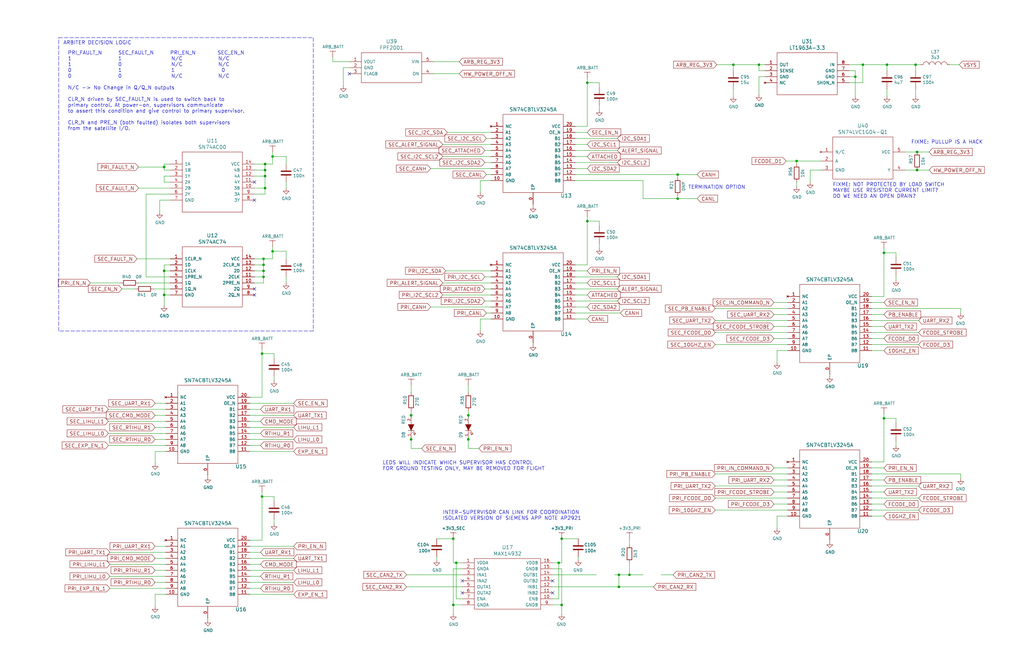
<source format=kicad_sch>
(kicad_sch (version 20211123) (generator eeschema)
  (paper "USLedger")
  (title_block (title "Radiation Tolerant Internal Housekeeping Unit (IHU)") (date "2019-12-23") (rev "1.1") (company "AMSAT-NA") (comment 1 "Z. Metzinger"))
  (junction (at 363.855 27.305))
  (junction (at 247.65 93.345))
  (junction (at 260.985 242.57))
  (junction (at 285.75 83.82))
  (junction (at 69.215 124.46))
  (junction (at 110.49 209.55))
  (junction (at 110.49 149.225))
  (junction (at 260.985 247.65))
  (junction (at 374.015 27.305))
  (junction (at 235.585 237.49))
  (junction (at 372.745 176.53))
  (junction (at 191.135 255.27))
  (junction (at 114.935 66.04))
  (junction (at 173.355 175.26))
  (junction (at 111.76 79.375))
  (junction (at 192.405 237.49))
  (junction (at 386.715 71.755))
  (junction (at 236.855 227.33))
  (junction (at 386.08 27.305))
  (junction (at 114.935 106.045))
  (junction (at 111.76 71.755))
  (junction (at 191.135 227.33))
  (junction (at 69.215 70.485))
  (junction (at 285.75 73.66))
  (junction (at 111.125 114.3))
  (junction (at 197.485 175.26))
  (junction (at 372.745 106.68))
  (junction (at 111.76 69.215))
  (junction (at 173.355 185.42))
  (junction (at 335.915 67.945))
  (junction (at 197.485 185.42))
  (junction (at 69.215 114.3))
  (junction (at 236.855 255.27))
  (junction (at 320.04 27.305))
  (junction (at 111.76 74.295))
  (junction (at 247.65 34.925))
  (junction (at 111.125 109.22))
  (junction (at 386.715 64.135))
  (junction (at 111.125 111.76))
  (junction (at 360.68 32.385))
  (junction (at 309.245 27.305))
  (junction (at 111.125 116.84))
  (junction (at 265.43 242.57))
  (no_connect (at 107.315 124.46))
  (no_connect (at 107.315 121.92))
  (no_connect (at 107.315 76.835))
  (no_connect (at 233.045 250.19))
  (no_connect (at 233.045 245.11))
  (no_connect (at 194.945 250.19))
  (no_connect (at 107.315 84.455))
  (no_connect (at 147.32 31.115))
  (no_connect (at 194.945 245.11))
  (wire (pts (xy 367.665 200.025) (xy 405.13 200.025)))
  (wire (pts (xy 111.125 109.22) (xy 111.125 111.76)))
  (wire (pts (xy 235.585 252.73) (xy 235.585 237.49)))
  (wire (pts (xy 173.355 175.26) (xy 173.355 173.355)))
  (wire (pts (xy 377.825 176.53) (xy 372.745 176.53)))
  (wire (pts (xy 69.215 74.295) (xy 69.215 76.835)))
  (wire (pts (xy 377.825 106.68) (xy 377.825 108.585)))
  (wire (pts (xy 301.625 205.105) (xy 332.105 205.105)))
  (wire (pts (xy 358.14 32.385) (xy 360.68 32.385)))
  (wire (pts (xy 285.75 74.93) (xy 285.75 73.66)))
  (wire (pts (xy 114.935 104.14) (xy 114.935 106.045)))
  (wire (pts (xy 105.41 230.505) (xy 123.825 230.505)))
  (wire (pts (xy 372.745 106.68) (xy 372.745 125.095)))
  (wire (pts (xy 181.61 71.12) (xy 207.01 71.12)))
  (wire (pts (xy 207.01 124.46) (xy 186.69 124.46)))
  (wire (pts (xy 242.57 119.38) (xy 247.65 119.38)))
  (wire (pts (xy 204.47 121.92) (xy 207.01 121.92)))
  (wire (pts (xy 123.825 190.5) (xy 105.41 190.5)))
  (wire (pts (xy 377.825 176.53) (xy 377.825 178.435)))
  (wire (pts (xy 71.755 69.215) (xy 69.215 69.215)))
  (wire (pts (xy 233.045 237.49) (xy 235.585 237.49)))
  (wire (pts (xy 69.215 124.46) (xy 69.215 128.905)))
  (wire (pts (xy 367.665 197.485) (xy 372.745 197.485)))
  (wire (pts (xy 260.35 121.92) (xy 242.57 121.92)))
  (wire (pts (xy 242.57 73.66) (xy 285.75 73.66)))
  (wire (pts (xy 247.65 71.12) (xy 242.57 71.12)))
  (wire (pts (xy 326.39 207.645) (xy 332.105 207.645)))
  (wire (pts (xy 110.49 147.32) (xy 110.49 149.225)))
  (wire (pts (xy 191.135 227.33) (xy 184.15 227.33)))
  (wire (pts (xy 111.76 69.215) (xy 111.76 71.755)))
  (wire (pts (xy 242.57 116.84) (xy 260.35 116.84)))
  (wire (pts (xy 242.57 114.3) (xy 247.65 114.3)))
  (wire (pts (xy 114.935 69.215) (xy 111.76 69.215)))
  (wire (pts (xy 233.045 255.27) (xy 236.855 255.27)))
  (wire (pts (xy 332.105 140.335) (xy 301.625 140.335)))
  (wire (pts (xy 204.47 68.58) (xy 207.01 68.58)))
  (wire (pts (xy 372.745 142.875) (xy 367.665 142.875)))
  (wire (pts (xy 224.79 86.36) (xy 224.79 86.995)))
  (wire (pts (xy 386.08 29.845) (xy 386.08 27.305)))
  (wire (pts (xy 114.935 109.22) (xy 111.125 109.22)))
  (wire (pts (xy 115.57 209.55) (xy 115.57 211.455)))
  (wire (pts (xy 349.885 158.115) (xy 349.885 158.75)))
  (wire (pts (xy 327.66 147.955) (xy 327.66 153.035)))
  (wire (pts (xy 236.855 240.03) (xy 236.855 255.27)))
  (wire (pts (xy 335.915 76.835) (xy 335.915 78.74)))
  (wire (pts (xy 360.68 32.385) (xy 360.68 40.64)))
  (wire (pts (xy 335.915 67.945) (xy 335.915 69.215)))
  (wire (pts (xy 372.745 132.715) (xy 367.665 132.715)))
  (wire (pts (xy 173.355 165.735) (xy 173.355 162.56)))
  (wire (pts (xy 65.405 185.42) (xy 69.85 185.42)))
  (wire (pts (xy 110.49 167.64) (xy 105.41 167.64)))
  (wire (pts (xy 320.04 32.385) (xy 322.58 32.385)))
  (wire (pts (xy 46.355 238.125) (xy 69.85 238.125)))
  (wire (pts (xy 69.215 70.485) (xy 58.42 70.485)))
  (wire (pts (xy 123.825 235.585) (xy 105.41 235.585)))
  (wire (pts (xy 123.825 245.745) (xy 105.41 245.745)))
  (wire (pts (xy 301.625 145.415) (xy 332.105 145.415)))
  (wire (pts (xy 260.985 247.65) (xy 260.985 242.57)))
  (wire (pts (xy 194.945 255.27) (xy 191.135 255.27)))
  (wire (pts (xy 115.57 149.225) (xy 115.57 151.13)))
  (wire (pts (xy 242.57 129.54) (xy 247.65 129.54)))
  (wire (pts (xy 182.88 26.035) (xy 193.675 26.035)))
  (wire (pts (xy 115.57 209.55) (xy 110.49 209.55)))
  (wire (pts (xy 242.57 66.04) (xy 247.65 66.04)))
  (wire (pts (xy 374.015 27.305) (xy 374.015 29.845)))
  (wire (pts (xy 271.145 83.82) (xy 271.145 76.2)))
  (wire (pts (xy 372.745 104.775) (xy 372.745 106.68)))
  (wire (pts (xy 105.41 182.88) (xy 109.855 182.88)))
  (wire (pts (xy 105.41 248.285) (xy 109.855 248.285)))
  (wire (pts (xy 386.08 40.64) (xy 386.08 37.465)))
  (wire (pts (xy 120.65 109.22) (xy 120.65 106.045)))
  (wire (pts (xy 184.15 234.95) (xy 184.15 236.22)))
  (wire (pts (xy 67.31 84.455) (xy 67.31 89.535)))
  (wire (pts (xy 207.01 66.04) (xy 186.69 66.04)))
  (wire (pts (xy 173.355 185.42) (xy 173.355 189.23)))
  (wire (pts (xy 144.78 28.575) (xy 144.78 36.195)))
  (wire (pts (xy 71.755 84.455) (xy 67.31 84.455)))
  (wire (pts (xy 233.045 242.57) (xy 251.46 242.57)))
  (wire (pts (xy 235.585 237.49) (xy 236.855 237.49)))
  (wire (pts (xy 349.885 227.965) (xy 349.885 228.6)))
  (wire (pts (xy 123.825 180.34) (xy 105.41 180.34)))
  (wire (pts (xy 233.045 247.65) (xy 260.985 247.65)))
  (wire (pts (xy 377.825 106.68) (xy 372.745 106.68)))
  (wire (pts (xy 309.245 27.305) (xy 320.04 27.305)))
  (wire (pts (xy 326.39 212.725) (xy 332.105 212.725)))
  (wire (pts (xy 205.105 132.08) (xy 207.01 132.08)))
  (wire (pts (xy 242.57 55.88) (xy 247.65 55.88)))
  (wire (pts (xy 259.08 242.57) (xy 260.985 242.57)))
  (wire (pts (xy 65.405 245.745) (xy 69.85 245.745)))
  (wire (pts (xy 192.405 237.49) (xy 194.945 237.49)))
  (wire (pts (xy 346.075 71.755) (xy 341.63 71.755)))
  (wire (pts (xy 381.635 71.755) (xy 386.715 71.755)))
  (wire (pts (xy 265.43 227.33) (xy 265.43 229.87)))
  (wire (pts (xy 69.215 111.76) (xy 69.215 114.3)))
  (wire (pts (xy 285.75 73.66) (xy 294.005 73.66)))
  (wire (pts (xy 111.76 71.755) (xy 111.76 74.295)))
  (wire (pts (xy 377.825 186.055) (xy 377.825 187.96)))
  (wire (pts (xy 387.35 140.335) (xy 367.665 140.335)))
  (wire (pts (xy 358.14 29.845) (xy 360.68 29.845)))
  (wire (pts (xy 247.65 134.62) (xy 242.57 134.62)))
  (wire (pts (xy 107.315 111.76) (xy 111.125 111.76)))
  (wire (pts (xy 194.945 247.65) (xy 171.45 247.65)))
  (wire (pts (xy 387.35 210.185) (xy 367.665 210.185)))
  (wire (pts (xy 301.625 215.265) (xy 332.105 215.265)))
  (wire (pts (xy 301.625 135.255) (xy 332.105 135.255)))
  (wire (pts (xy 114.935 66.04) (xy 114.935 69.215)))
  (wire (pts (xy 123.825 175.26) (xy 105.41 175.26)))
  (wire (pts (xy 46.355 248.285) (xy 69.85 248.285)))
  (wire (pts (xy 247.65 91.44) (xy 247.65 93.345)))
  (wire (pts (xy 111.125 114.3) (xy 111.125 116.84)))
  (wire (pts (xy 111.125 119.38) (xy 107.315 119.38)))
  (wire (pts (xy 247.65 34.925) (xy 247.65 53.34)))
  (wire (pts (xy 105.41 243.205) (xy 109.855 243.205)))
  (wire (pts (xy 87.63 260.985) (xy 87.63 261.62)))
  (wire (pts (xy 58.42 79.375) (xy 71.755 79.375)))
  (wire (pts (xy 69.215 124.46) (xy 71.755 124.46)))
  (wire (pts (xy 309.245 27.305) (xy 309.245 29.845)))
  (wire (pts (xy 207.01 134.62) (xy 202.565 134.62)))
  (wire (pts (xy 285.75 83.82) (xy 285.75 82.55)))
  (wire (pts (xy 115.57 219.075) (xy 115.57 220.98)))
  (wire (pts (xy 387.35 215.265) (xy 367.665 215.265)))
  (wire (pts (xy 197.485 165.735) (xy 197.485 162.56)))
  (wire (pts (xy 38.1 119.38) (xy 50.8 119.38)))
  (wire (pts (xy 192.405 252.73) (xy 192.405 237.49)))
  (wire (pts (xy 386.715 64.135) (xy 391.795 64.135)))
  (wire (pts (xy 191.135 237.49) (xy 192.405 237.49)))
  (wire (pts (xy 207.01 114.3) (xy 187.96 114.3)))
  (wire (pts (xy 326.39 142.875) (xy 332.105 142.875)))
  (wire (pts (xy 69.85 170.18) (xy 65.405 170.18)))
  (wire (pts (xy 64.77 121.92) (xy 71.755 121.92)))
  (wire (pts (xy 69.215 70.485) (xy 69.215 71.755)))
  (wire (pts (xy 204.47 63.5) (xy 207.01 63.5)))
  (wire (pts (xy 367.665 127.635) (xy 372.745 127.635)))
  (wire (pts (xy 197.485 184.15) (xy 197.485 185.42)))
  (wire (pts (xy 147.32 28.575) (xy 144.78 28.575)))
  (wire (pts (xy 111.76 69.215) (xy 107.315 69.215)))
  (wire (pts (xy 207.01 55.88) (xy 188.595 55.88)))
  (wire (pts (xy 242.57 124.46) (xy 247.65 124.46)))
  (wire (pts (xy 252.73 34.925) (xy 252.73 36.83)))
  (wire (pts (xy 242.57 58.42) (xy 260.35 58.42)))
  (wire (pts (xy 320.04 27.305) (xy 322.58 27.305)))
  (wire (pts (xy 332.105 217.805) (xy 327.66 217.805)))
  (wire (pts (xy 322.58 29.845) (xy 320.04 29.845)))
  (wire (pts (xy 260.985 242.57) (xy 265.43 242.57)))
  (polyline (pts (xy 132.08 139.7) (xy 24.765 139.7)))
  (wire (pts (xy 120.65 106.045) (xy 114.935 106.045)))
  (wire (pts (xy 236.855 237.49) (xy 236.855 227.33)))
  (wire (pts (xy 111.76 74.295) (xy 107.315 74.295)))
  (wire (pts (xy 111.125 111.76) (xy 111.125 114.3)))
  (wire (pts (xy 120.65 116.84) (xy 120.65 119.38)))
  (wire (pts (xy 367.665 147.955) (xy 372.745 147.955)))
  (wire (pts (xy 247.65 93.345) (xy 247.65 111.76)))
  (wire (pts (xy 194.945 252.73) (xy 192.405 252.73)))
  (wire (pts (xy 252.73 93.345) (xy 252.73 95.25)))
  (wire (pts (xy 367.665 135.255) (xy 387.35 135.255)))
  (wire (pts (xy 236.855 255.27) (xy 236.855 259.08)))
  (wire (pts (xy 224.79 144.78) (xy 224.79 145.415)))
  (wire (pts (xy 207.01 60.96) (xy 186.69 60.96)))
  (wire (pts (xy 327.66 217.805) (xy 327.66 222.885)))
  (wire (pts (xy 320.04 29.845) (xy 320.04 27.305)))
  (wire (pts (xy 45.72 182.88) (xy 69.85 182.88)))
  (wire (pts (xy 111.125 116.84) (xy 111.125 119.38)))
  (wire (pts (xy 326.39 197.485) (xy 332.105 197.485)))
  (wire (pts (xy 372.745 137.795) (xy 367.665 137.795)))
  (wire (pts (xy 205.105 73.66) (xy 207.01 73.66)))
  (wire (pts (xy 71.755 111.76) (xy 69.215 111.76)))
  (wire (pts (xy 123.825 240.665) (xy 105.41 240.665)))
  (wire (pts (xy 111.76 74.295) (xy 111.76 79.375)))
  (wire (pts (xy 61.595 81.915) (xy 61.595 116.84)))
  (wire (pts (xy 71.755 114.3) (xy 69.215 114.3)))
  (wire (pts (xy 71.755 74.295) (xy 69.215 74.295)))
  (wire (pts (xy 120.65 76.835) (xy 120.65 79.375)))
  (wire (pts (xy 363.855 27.305) (xy 374.015 27.305)))
  (wire (pts (xy 236.855 227.33) (xy 243.84 227.33)))
  (wire (pts (xy 69.85 250.825) (xy 65.405 250.825)))
  (wire (pts (xy 202.565 134.62) (xy 202.565 139.7)))
  (wire (pts (xy 111.125 109.22) (xy 107.315 109.22)))
  (wire (pts (xy 69.85 190.5) (xy 65.405 190.5)))
  (wire (pts (xy 191.135 255.27) (xy 191.135 259.08)))
  (wire (pts (xy 332.105 137.795) (xy 326.39 137.795)))
  (wire (pts (xy 204.47 116.84) (xy 207.01 116.84)))
  (wire (pts (xy 105.41 238.125) (xy 109.855 238.125)))
  (wire (pts (xy 372.745 125.095) (xy 367.665 125.095)))
  (wire (pts (xy 202.565 76.2) (xy 202.565 81.28)))
  (wire (pts (xy 110.49 209.55) (xy 110.49 227.965)))
  (wire (pts (xy 173.355 189.23) (xy 177.8 189.23)))
  (wire (pts (xy 46.355 233.045) (xy 69.85 233.045)))
  (wire (pts (xy 173.355 176.53) (xy 173.355 175.26)))
  (wire (pts (xy 105.41 172.72) (xy 109.855 172.72)))
  (wire (pts (xy 111.76 81.915) (xy 107.315 81.915)))
  (wire (pts (xy 387.35 145.415) (xy 367.665 145.415)))
  (wire (pts (xy 367.665 202.565) (xy 372.745 202.565)))
  (wire (pts (xy 115.57 158.75) (xy 115.57 160.655)))
  (wire (pts (xy 191.135 240.03) (xy 191.135 255.27)))
  (wire (pts (xy 372.745 176.53) (xy 372.745 194.945)))
  (wire (pts (xy 301.625 130.175) (xy 332.105 130.175)))
  (polyline (pts (xy 132.08 15.875) (xy 132.08 139.7)))
  (wire (pts (xy 191.135 237.49) (xy 191.135 227.33)))
  (wire (pts (xy 374.015 27.305) (xy 386.08 27.305)))
  (wire (pts (xy 105.41 187.96) (xy 109.855 187.96)))
  (wire (pts (xy 372.745 212.725) (xy 367.665 212.725)))
  (wire (pts (xy 111.76 79.375) (xy 111.76 81.915)))
  (wire (pts (xy 372.745 174.625) (xy 372.745 176.53)))
  (wire (pts (xy 207.01 119.38) (xy 186.69 119.38)))
  (wire (pts (xy 105.41 233.045) (xy 109.855 233.045)))
  (wire (pts (xy 107.315 71.755) (xy 111.76 71.755)))
  (wire (pts (xy 171.45 242.57) (xy 194.945 242.57)))
  (wire (pts (xy 107.315 116.84) (xy 111.125 116.84)))
  (wire (pts (xy 207.01 76.2) (xy 202.565 76.2)))
  (wire (pts (xy 65.405 235.585) (xy 69.85 235.585)))
  (wire (pts (xy 58.42 119.38) (xy 71.755 119.38)))
  (wire (pts (xy 110.49 227.965) (xy 105.41 227.965)))
  (polyline (pts (xy 24.765 139.7) (xy 24.765 15.875)))
  (wire (pts (xy 404.495 27.305) (xy 400.685 27.305)))
  (wire (pts (xy 386.715 71.755) (xy 391.795 71.755)))
  (wire (pts (xy 65.405 175.26) (xy 69.85 175.26)))
  (wire (pts (xy 242.57 60.96) (xy 247.65 60.96)))
  (wire (pts (xy 247.65 111.76) (xy 242.57 111.76)))
  (wire (pts (xy 405.13 130.175) (xy 405.13 132.08)))
  (wire (pts (xy 69.215 114.3) (xy 69.215 124.46)))
  (wire (pts (xy 71.755 81.915) (xy 61.595 81.915)))
  (wire (pts (xy 65.405 250.825) (xy 65.405 255.905)))
  (wire (pts (xy 271.145 76.2) (xy 242.57 76.2)))
  (wire (pts (xy 271.145 83.82) (xy 285.75 83.82)))
  (wire (pts (xy 260.985 247.65) (xy 275.59 247.65)))
  (wire (pts (xy 51.435 121.92) (xy 57.15 121.92)))
  (wire (pts (xy 260.35 63.5) (xy 242.57 63.5)))
  (wire (pts (xy 110.49 207.645) (xy 110.49 209.55)))
  (wire (pts (xy 260.35 68.58) (xy 242.57 68.58)))
  (wire (pts (xy 243.84 234.95) (xy 243.84 236.22)))
  (wire (pts (xy 283.845 242.57) (xy 278.765 242.57)))
  (wire (pts (xy 358.14 27.305) (xy 363.855 27.305)))
  (wire (pts (xy 302.26 27.305) (xy 309.245 27.305)))
  (wire (pts (xy 46.355 243.205) (xy 69.85 243.205)))
  (wire (pts (xy 405.13 200.025) (xy 405.13 201.93)))
  (wire (pts (xy 377.825 116.205) (xy 377.825 118.11)))
  (wire (pts (xy 252.73 44.45) (xy 252.73 46.355)))
  (wire (pts (xy 105.41 177.8) (xy 109.855 177.8)))
  (wire (pts (xy 326.39 127.635) (xy 332.105 127.635)))
  (wire (pts (xy 265.43 242.57) (xy 271.145 242.57)))
  (wire (pts (xy 69.85 230.505) (xy 65.405 230.505)))
  (wire (pts (xy 114.935 106.045) (xy 114.935 109.22)))
  (wire (pts (xy 332.105 147.955) (xy 327.66 147.955)))
  (wire (pts (xy 320.04 32.385) (xy 320.04 40.005)))
  (wire (pts (xy 242.57 132.08) (xy 261.62 132.08)))
  (wire (pts (xy 363.855 34.925) (xy 363.855 27.305)))
  (wire (pts (xy 105.41 170.18) (xy 123.825 170.18)))
  (wire (pts (xy 61.595 116.84) (xy 71.755 116.84)))
  (wire (pts (xy 65.405 190.5) (xy 65.405 195.58)))
  (wire (pts (xy 197.485 189.23) (xy 201.93 189.23)))
  (wire (pts (xy 197.485 175.26) (xy 197.485 173.355)))
  (wire (pts (xy 69.85 180.34) (xy 65.405 180.34)))
  (wire (pts (xy 115.57 149.225) (xy 110.49 149.225)))
  (wire (pts (xy 285.75 83.82) (xy 294.005 83.82)))
  (wire (pts (xy 107.315 114.3) (xy 111.125 114.3)))
  (wire (pts (xy 205.105 58.42) (xy 207.01 58.42)))
  (wire (pts (xy 45.72 172.72) (xy 69.85 172.72)))
  (wire (pts (xy 123.825 185.42) (xy 105.41 185.42)))
  (wire (pts (xy 45.72 177.8) (xy 69.85 177.8)))
  (wire (pts (xy 367.665 207.645) (xy 372.745 207.645)))
  (wire (pts (xy 247.65 53.34) (xy 242.57 53.34)))
  (wire (pts (xy 140.335 26.035) (xy 140.335 24.13)))
  (wire (pts (xy 367.665 130.175) (xy 405.13 130.175)))
  (polyline (pts (xy 24.765 15.875) (xy 132.08 15.875)))
  (wire (pts (xy 265.43 237.49) (xy 265.43 242.57)))
  (wire (pts (xy 110.49 149.225) (xy 110.49 167.64)))
  (wire (pts (xy 309.245 40.64) (xy 309.245 37.465)))
  (wire (pts (xy 381.635 64.135) (xy 386.715 64.135)))
  (wire (pts (xy 252.73 34.925) (xy 247.65 34.925)))
  (wire (pts (xy 233.045 240.03) (xy 236.855 240.03)))
  (wire (pts (xy 341.63 71.755) (xy 341.63 76.835)))
  (wire (pts (xy 332.105 210.185) (xy 301.625 210.185)))
  (wire (pts (xy 367.665 205.105) (xy 387.35 205.105)))
  (wire (pts (xy 367.665 217.805) (xy 372.745 217.805)))
  (wire (pts (xy 386.08 27.305) (xy 387.985 27.305)))
  (wire (pts (xy 372.745 194.945) (xy 367.665 194.945)))
  (wire (pts (xy 326.39 132.715) (xy 332.105 132.715)))
  (wire (pts (xy 301.625 200.025) (xy 332.105 200.025)))
  (wire (pts (xy 194.945 240.03) (xy 191.135 240.03)))
  (wire (pts (xy 120.65 69.215) (xy 120.65 66.04)))
  (wire (pts (xy 182.88 31.115) (xy 193.675 31.115)))
  (wire (pts (xy 252.73 102.87) (xy 252.73 104.775)))
  (wire (pts (xy 247.65 33.02) (xy 247.65 34.925)))
  (wire (pts (xy 181.61 129.54) (xy 207.01 129.54)))
  (wire (pts (xy 331.47 67.945) (xy 335.915 67.945)))
  (wire (pts (xy 233.045 252.73) (xy 235.585 252.73)))
  (wire (pts (xy 69.215 69.215) (xy 69.215 70.485)))
  (wire (pts (xy 197.485 176.53) (xy 197.485 175.26)))
  (wire (pts (xy 45.72 187.96) (xy 69.85 187.96)))
  (wire (pts (xy 71.755 109.22) (xy 57.785 109.22)))
  (wire (pts (xy 326.39 202.565) (xy 332.105 202.565)))
  (wire (pts (xy 260.35 127) (xy 242.57 127)))
  (wire (pts (xy 69.215 71.755) (xy 71.755 71.755)))
  (wire (pts (xy 252.73 93.345) (xy 247.65 93.345)))
  (wire (pts (xy 358.14 34.925) (xy 363.855 34.925)))
  (wire (pts (xy 69.215 76.835) (xy 71.755 76.835)))
  (wire (pts (xy 114.935 64.135) (xy 114.935 66.04)))
  (wire (pts (xy 120.65 66.04) (xy 114.935 66.04)))
  (wire (pts (xy 374.015 40.64) (xy 374.015 37.465)))
  (wire (pts (xy 69.85 240.665) (xy 65.405 240.665)))
  (wire (pts (xy 111.76 79.375) (xy 107.315 79.375)))
  (wire (pts (xy 360.68 29.845) (xy 360.68 32.385)))
  (wire (pts (xy 173.355 184.15) (xy 173.355 185.42)))
  (wire (pts (xy 87.63 200.66) (xy 87.63 201.295)))
  (wire (pts (xy 204.47 127) (xy 207.01 127)))
  (wire (pts (xy 197.485 185.42) (xy 197.485 189.23)))
  (wire (pts (xy 123.825 250.825) (xy 105.41 250.825)))
  (wire (pts (xy 140.335 26.035) (xy 147.32 26.035)))
  (wire (pts (xy 335.915 67.945) (xy 346.075 67.945)))
  (text "FIXME: PULLUP IS A HACK" (at 384.175 60.96 0) (effects (font (size 1.524 1.524)) (justify left bottom)))
  (text "INTER-SUPERVISOR CAN LINK FOR COORDINATION\nISOLATED VERSION OF SIEMENS APP NOTE AP2921" (at 186.69 219.71 0) (effects (font (size 1.524 1.524)) (justify left bottom)))
  (text "PRI_FAULT_N      SEC_FAULT_N      PRI_EN_N        SEC_EN_N\n1                 1                  N/C             N/C\n1                 0                  N/C             N/C\n0                 1                  1                 0\n0                 0                  N/C             N/C\n\nN/C -> No Change in Q/Q_N outputs\n\nCLR_N driven by SEC_FAULT_N is used to switch back to\nprimary control. At power-on, supervisors communicate\nto assert this condition and give control to primary supervisor.\n\nCLR_N and PRE_N (both faulted) isolates both supervisors \nfrom the satellite I/O." (at 28.575 55.245 0) (effects (font (size 1.524 1.524)) (justify left bottom)))
  (text "TERMINATION OPTION" (at 290.195 80.01 0) (effects (font (size 1.524 1.524)) (justify left bottom)))
  (text "ARBITER DECISION LOGIC" (at 26.67 19.05 0) (effects (font (size 1.524 1.524)) (justify left bottom)))
  (text "FIXME: NOT PROTECTED BY LOAD SWITCH\nMAYBE USE RESISTOR CURRENT LIMIT?\nDO WE NEED AN OPEN DRAIN?" (at 351.155 83.82 0) (effects (font (size 1.524 1.524)) (justify left bottom)))
  (text "LEDS WILL INDICATE WHICH SUPERVISOR HAS CONTROL\nFOR GROUND TESTING ONLY, MAY BE REMOVED FOR FLIGHT" (at 161.29 198.755 0) (effects (font (size 1.524 1.524)) (justify left bottom)))
  (global_label "SEC_UART_RX1" (shape input) (at 65.405 170.18 180) (effects (font (size 1.524 1.524))) (property "Intersheet References" "${INTERSHEET_REFS}" (effects hide)))
  (global_label "SEC_CANH" (shape input) (at 181.61 71.12 180) (effects (font (size 1.524 1.524))) (property "Intersheet References" "${INTERSHEET_REFS}" (effects hide)))
  (global_label "SEC_UART_RX2" (shape input) (at 326.39 132.715 180) (effects (font (size 1.524 1.524))) (property "Intersheet References" "${INTERSHEET_REFS}" (effects hide)))
  (global_label "PRI_I2C_SCL" (shape input) (at 204.47 116.84 180) (effects (font (size 1.524 1.524))) (property "Intersheet References" "${INTERSHEET_REFS}" (effects hide)))
  (global_label "PRI_ATTACHED" (shape input) (at 204.47 121.92 180) (effects (font (size 1.524 1.524))) (property "Intersheet References" "${INTERSHEET_REFS}" (effects hide)))
  (global_label "FCODE_D0" (shape input) (at 372.745 212.725 0) (effects (font (size 1.524 1.524))) (property "Intersheet References" "${INTERSHEET_REFS}" (effects hide)))
  (global_label "SEC_CANL" (shape input) (at 205.105 73.66 180) (effects (font (size 1.524 1.524))) (property "Intersheet References" "${INTERSHEET_REFS}" (effects hide)))
  (global_label "ATTACHED" (shape input) (at 247.65 66.04 0) (effects (font (size 1.524 1.524))) (property "Intersheet References" "${INTERSHEET_REFS}" (effects hide)))
  (global_label "UART_TX2" (shape input) (at 372.745 137.795 0) (effects (font (size 1.524 1.524))) (property "Intersheet References" "${INTERSHEET_REFS}" (effects hide)))
  (global_label "PRI_CAN2_RX" (shape input) (at 275.59 247.65 0) (effects (font (size 1.524 1.524))) (property "Intersheet References" "${INTERSHEET_REFS}" (effects hide)))
  (global_label "SEC_10GHZ_EN" (shape input) (at 301.625 145.415 180) (effects (font (size 1.524 1.524))) (property "Intersheet References" "${INTERSHEET_REFS}" (effects hide)))
  (global_label "PRI_CAN2_TX" (shape input) (at 283.845 242.57 0) (effects (font (size 1.524 1.524))) (property "Intersheet References" "${INTERSHEET_REFS}" (effects hide)))
  (global_label "SEC_ATTACHED" (shape input) (at 204.47 63.5 180) (effects (font (size 1.524 1.524))) (property "Intersheet References" "${INTERSHEET_REFS}" (effects hide)))
  (global_label "I2C_SDA1" (shape input) (at 260.35 58.42 0) (effects (font (size 1.524 1.524))) (property "Intersheet References" "${INTERSHEET_REFS}" (effects hide)))
  (global_label "SEC_FAULT_N" (shape input) (at 57.785 109.22 180) (effects (font (size 1.524 1.524))) (property "Intersheet References" "${INTERSHEET_REFS}" (effects hide)))
  (global_label "UART_TX1" (shape input) (at 123.825 175.26 0) (effects (font (size 1.524 1.524))) (property "Intersheet References" "${INTERSHEET_REFS}" (effects hide)))
  (global_label "SEC_I2C_SCL2" (shape input) (at 186.69 66.04 180) (effects (font (size 1.524 1.524))) (property "Intersheet References" "${INTERSHEET_REFS}" (effects hide)))
  (global_label "SEC_EN_N" (shape input) (at 177.8 189.23 0) (effects (font (size 1.524 1.524))) (property "Intersheet References" "${INTERSHEET_REFS}" (effects hide)))
  (global_label "PRI_LIHU_L1" (shape input) (at 46.355 238.125 180) (effects (font (size 1.524 1.524))) (property "Intersheet References" "${INTERSHEET_REFS}" (effects hide)))
  (global_label "I2C_SCL1" (shape input) (at 247.65 119.38 0) (effects (font (size 1.524 1.524))) (property "Intersheet References" "${INTERSHEET_REFS}" (effects hide)))
  (global_label "SEC_EN_N" (shape input) (at 123.825 170.18 0) (effects (font (size 1.524 1.524))) (property "Intersheet References" "${INTERSHEET_REFS}" (effects hide)))
  (global_label "LIHU_L0" (shape input) (at 123.825 245.745 0) (effects (font (size 1.524 1.524))) (property "Intersheet References" "${INTERSHEET_REFS}" (effects hide)))
  (global_label "FCODE_D3" (shape input) (at 387.35 145.415 0) (effects (font (size 1.524 1.524))) (property "Intersheet References" "${INTERSHEET_REFS}" (effects hide)))
  (global_label "PRI_UART_RX1" (shape input) (at 65.405 230.505 180) (effects (font (size 1.524 1.524))) (property "Intersheet References" "${INTERSHEET_REFS}" (effects hide)))
  (global_label "PB_ENABLE" (shape input) (at 372.745 132.715 0) (effects (font (size 1.524 1.524))) (property "Intersheet References" "${INTERSHEET_REFS}" (effects hide)))
  (global_label "ARB_REG_3V3" (shape input) (at 193.675 26.035 0) (effects (font (size 1.524 1.524))) (property "Intersheet References" "${INTERSHEET_REFS}" (effects hide)))
  (global_label "I2C_SDA2" (shape input) (at 247.65 129.54 0) (effects (font (size 1.524 1.524))) (property "Intersheet References" "${INTERSHEET_REFS}" (effects hide)))
  (global_label "SEC_EN_N" (shape input) (at 247.65 55.88 0) (effects (font (size 1.524 1.524))) (property "Intersheet References" "${INTERSHEET_REFS}" (effects hide)))
  (global_label "PRI_EXP_EN_1" (shape input) (at 46.355 248.285 180) (effects (font (size 1.524 1.524))) (property "Intersheet References" "${INTERSHEET_REFS}" (effects hide)))
  (global_label "SEC_I2C_SCL" (shape input) (at 205.105 58.42 180) (effects (font (size 1.524 1.524))) (property "Intersheet References" "${INTERSHEET_REFS}" (effects hide)))
  (global_label "RTIHU_R0" (shape input) (at 109.855 187.96 0) (effects (font (size 1.524 1.524))) (property "Intersheet References" "${INTERSHEET_REFS}" (effects hide)))
  (global_label "PRI_UART_TX1" (shape input) (at 46.355 233.045 180) (effects (font (size 1.524 1.524))) (property "Intersheet References" "${INTERSHEET_REFS}" (effects hide)))
  (global_label "PRI_UART_TX2" (shape input) (at 301.625 205.105 180) (effects (font (size 1.524 1.524))) (property "Intersheet References" "${INTERSHEET_REFS}" (effects hide)))
  (global_label "PRI_ALERT_SIGNAL" (shape input) (at 186.69 119.38 180) (effects (font (size 1.524 1.524))) (property "Intersheet References" "${INTERSHEET_REFS}" (effects hide)))
  (global_label "PRI_UART_RX2" (shape input) (at 326.39 202.565 180) (effects (font (size 1.524 1.524))) (property "Intersheet References" "${INTERSHEET_REFS}" (effects hide)))
  (global_label "PRI_I2C_SDA" (shape input) (at 187.96 114.3 180) (effects (font (size 1.524 1.524))) (property "Intersheet References" "${INTERSHEET_REFS}" (effects hide)))
  (global_label "EXP_EN_1" (shape input) (at 123.825 250.825 0) (effects (font (size 1.524 1.524))) (property "Intersheet References" "${INTERSHEET_REFS}" (effects hide)))
  (global_label "PRI_EN_N" (shape input) (at 123.825 230.505 0) (effects (font (size 1.524 1.524))) (property "Intersheet References" "${INTERSHEET_REFS}" (effects hide)))
  (global_label "ALERT_SIGNAL" (shape input) (at 260.35 121.92 0) (effects (font (size 1.524 1.524))) (property "Intersheet References" "${INTERSHEET_REFS}" (effects hide)))
  (global_label "CMD_MODE" (shape input) (at 109.855 177.8 0) (effects (font (size 1.524 1.524))) (property "Intersheet References" "${INTERSHEET_REFS}" (effects hide)))
  (global_label "SEC_I2C_SDA2" (shape input) (at 204.47 68.58 180) (effects (font (size 1.524 1.524))) (property "Intersheet References" "${INTERSHEET_REFS}" (effects hide)))
  (global_label "PRI_CANL" (shape input) (at 205.105 132.08 180) (effects (font (size 1.524 1.524))) (property "Intersheet References" "${INTERSHEET_REFS}" (effects hide)))
  (global_label "PRI_FAULT_N" (shape input) (at 58.42 70.485 180) (effects (font (size 1.524 1.524))) (property "Intersheet References" "${INTERSHEET_REFS}" (effects hide)))
  (global_label "PRI_CMD_MODE" (shape input) (at 65.405 235.585 180) (effects (font (size 1.524 1.524))) (property "Intersheet References" "${INTERSHEET_REFS}" (effects hide)))
  (global_label "FCODE_D0" (shape input) (at 372.745 142.875 0) (effects (font (size 1.524 1.524))) (property "Intersheet References" "${INTERSHEET_REFS}" (effects hide)))
  (global_label "SEC_RTIHU_R1" (shape input) (at 65.405 180.34 180) (effects (font (size 1.524 1.524))) (property "Intersheet References" "${INTERSHEET_REFS}" (effects hide)))
  (global_label "PRI_FCODE_D3" (shape input) (at 326.39 212.725 180) (effects (font (size 1.524 1.524))) (property "Intersheet References" "${INTERSHEET_REFS}" (effects hide)))
  (global_label "I2C_SCL2" (shape input) (at 260.35 127 0) (effects (font (size 1.524 1.524))) (property "Intersheet References" "${INTERSHEET_REFS}" (effects hide)))
  (global_label "EXP_EN_1" (shape input) (at 123.825 190.5 0) (effects (font (size 1.524 1.524))) (property "Intersheet References" "${INTERSHEET_REFS}" (effects hide)))
  (global_label "RTIHU_R1" (shape input) (at 109.855 243.205 0) (effects (font (size 1.524 1.524))) (property "Intersheet References" "${INTERSHEET_REFS}" (effects hide)))
  (global_label "UART_RX1" (shape input) (at 109.855 233.045 0) (effects (font (size 1.524 1.524))) (property "Intersheet References" "${INTERSHEET_REFS}" (effects hide)))
  (global_label "LIHU_L1" (shape input) (at 123.825 240.665 0) (effects (font (size 1.524 1.524))) (property "Intersheet References" "${INTERSHEET_REFS}" (effects hide)))
  (global_label "UART_TX1" (shape input) (at 123.825 235.585 0) (effects (font (size 1.524 1.524))) (property "Intersheet References" "${INTERSHEET_REFS}" (effects hide)))
  (global_label "LIHU_L1" (shape input) (at 123.825 180.34 0) (effects (font (size 1.524 1.524))) (property "Intersheet References" "${INTERSHEET_REFS}" (effects hide)))
  (global_label "UART_RX2" (shape input) (at 387.35 135.255 0) (effects (font (size 1.524 1.524))) (property "Intersheet References" "${INTERSHEET_REFS}" (effects hide)))
  (global_label "SEC_ALERT_SIGNAL" (shape input) (at 186.69 60.96 180) (effects (font (size 1.524 1.524))) (property "Intersheet References" "${INTERSHEET_REFS}" (effects hide)))
  (global_label "I2C_SDA1" (shape input) (at 260.35 116.84 0) (effects (font (size 1.524 1.524))) (property "Intersheet References" "${INTERSHEET_REFS}" (effects hide)))
  (global_label "10GHZ_EN" (shape input) (at 372.745 217.805 0) (effects (font (size 1.524 1.524))) (property "Intersheet References" "${INTERSHEET_REFS}" (effects hide)))
  (global_label "CMD_MODE" (shape input) (at 109.855 238.125 0) (effects (font (size 1.524 1.524))) (property "Intersheet References" "${INTERSHEET_REFS}" (effects hide)))
  (global_label "HW_POWER_OFF_N" (shape input) (at 193.675 31.115 0) (effects (font (size 1.524 1.524))) (property "Intersheet References" "${INTERSHEET_REFS}" (effects hide)))
  (global_label "SEC_CAN2_TX" (shape input) (at 171.45 242.57 180) (effects (font (size 1.524 1.524))) (property "Intersheet References" "${INTERSHEET_REFS}" (effects hide)))
  (global_label "SEC_FCODE_D3" (shape input) (at 326.39 142.875 180) (effects (font (size 1.524 1.524))) (property "Intersheet References" "${INTERSHEET_REFS}" (effects hide)))
  (global_label "SEC_LIHU_L0" (shape input) (at 45.72 182.88 180) (effects (font (size 1.524 1.524))) (property "Intersheet References" "${INTERSHEET_REFS}" (effects hide)))
  (global_label "RTIHU_R1" (shape input) (at 109.855 182.88 0) (effects (font (size 1.524 1.524))) (property "Intersheet References" "${INTERSHEET_REFS}" (effects hide)))
  (global_label "ARB_REG_3V3" (shape input) (at 302.26 27.305 180) (effects (font (size 1.524 1.524))) (property "Intersheet References" "${INTERSHEET_REFS}" (effects hide)))
  (global_label "CANH" (shape input) (at 261.62 132.08 0) (effects (font (size 1.524 1.524))) (property "Intersheet References" "${INTERSHEET_REFS}" (effects hide)))
  (global_label "PRI_LIHU_L0" (shape input) (at 46.355 243.205 180) (effects (font (size 1.524 1.524))) (property "Intersheet References" "${INTERSHEET_REFS}" (effects hide)))
  (global_label "LIHU_L0" (shape input) (at 123.825 185.42 0) (effects (font (size 1.524 1.524))) (property "Intersheet References" "${INTERSHEET_REFS}" (effects hide)))
  (global_label "UART_TX2" (shape input) (at 372.745 207.645 0) (effects (font (size 1.524 1.524))) (property "Intersheet References" "${INTERSHEET_REFS}" (effects hide)))
  (global_label "PRI_FCODE_D0" (shape input) (at 301.625 210.185 180) (effects (font (size 1.524 1.524))) (property "Intersheet References" "${INTERSHEET_REFS}" (effects hide)))
  (global_label "I2C_SCL1" (shape input) (at 247.65 60.96 0) (effects (font (size 1.524 1.524))) (property "Intersheet References" "${INTERSHEET_REFS}" (effects hide)))
  (global_label "RTIHU_R0" (shape input) (at 109.855 248.285 0) (effects (font (size 1.524 1.524))) (property "Intersheet References" "${INTERSHEET_REFS}" (effects hide)))
  (global_label "PRI_RTIHU_R0" (shape input) (at 65.405 245.745 180) (effects (font (size 1.524 1.524))) (property "Intersheet References" "${INTERSHEET_REFS}" (effects hide)))
  (global_label "CANH" (shape input) (at 294.005 73.66 0) (effects (font (size 1.524 1.524))) (property "Intersheet References" "${INTERSHEET_REFS}" (effects hide)))
  (global_label "PRI_EN_N" (shape input) (at 247.65 114.3 0) (effects (font (size 1.524 1.524))) (property "Intersheet References" "${INTERSHEET_REFS}" (effects hide)))
  (global_label "PB_ENABLE" (shape input) (at 372.745 202.565 0) (effects (font (size 1.524 1.524))) (property "Intersheet References" "${INTERSHEET_REFS}" (effects hide)))
  (global_label "SEC_IN_COMMAND_N" (shape input) (at 326.39 127.635 180) (effects (font (size 1.524 1.524))) (property "Intersheet References" "${INTERSHEET_REFS}" (effects hide)))
  (global_label "I2C_SDA2" (shape input) (at 247.65 71.12 0) (effects (font (size 1.524 1.524))) (property "Intersheet References" "${INTERSHEET_REFS}" (effects hide)))
  (global_label "SEC_I2C_SDA" (shape input) (at 188.595 55.88 180) (effects (font (size 1.524 1.524))) (property "Intersheet References" "${INTERSHEET_REFS}" (effects hide)))
  (global_label "SEC_EXP_EN_1" (shape input) (at 45.72 187.96 180) (effects (font (size 1.524 1.524))) (property "Intersheet References" "${INTERSHEET_REFS}" (effects hide)))
  (global_label "PRI_I2C_SDA2" (shape input) (at 204.47 127 180) (effects (font (size 1.524 1.524))) (property "Intersheet References" "${INTERSHEET_REFS}" (effects hide)))
  (global_label "SEC_CMD_MODE" (shape input) (at 65.405 175.26 180) (effects (font (size 1.524 1.524))) (property "Intersheet References" "${INTERSHEET_REFS}" (effects hide)))
  (global_label "SEC_FCODE_STROBE" (shape input) (at 326.39 137.795 180) (effects (font (size 1.524 1.524))) (property "Intersheet References" "${INTERSHEET_REFS}" (effects hide)))
  (global_label "I2C_SCL2" (shape input) (at 260.35 68.58 0) (effects (font (size 1.524 1.524))) (property "Intersheet References" "${INTERSHEET_REFS}" (effects hide)))
  (global_label "CANL" (shape input) (at 294.005 83.82 0) (effects (font (size 1.524 1.524))) (property "Intersheet References" "${INTERSHEET_REFS}" (effects hide)))
  (global_label "PRI_CANH" (shape input) (at 181.61 129.54 180) (effects (font (size 1.524 1.524))) (property "Intersheet References" "${INTERSHEET_REFS}" (effects hide)))
  (global_label "SEC_UART_TX2" (shape input) (at 301.625 135.255 180) (effects (font (size 1.524 1.524))) (property "Intersheet References" "${INTERSHEET_REFS}" (effects hide)))
  (global_label "SEC_EN_N" (shape input) (at 372.745 127.635 0) (effects (font (size 1.524 1.524))) (property "Intersheet References" "${INTERSHEET_REFS}" (effects hide)))
  (global_label "FCODE_D1" (shape input) (at 331.47 67.945 180) (effects (font (size 1.524 1.524))) (property "Intersheet References" "${INTERSHEET_REFS}" (effects hide)))
  (global_label "UART_RX2" (shape input) (at 387.35 205.105 0) (effects (font (size 1.524 1.524))) (property "Intersheet References" "${INTERSHEET_REFS}" (effects hide)))
  (global_label "SEC_RTIHU_R0" (shape input) (at 65.405 185.42 180) (effects (font (size 1.524 1.524))) (property "Intersheet References" "${INTERSHEET_REFS}" (effects hide)))
  (global_label "SEC_LIHU_L1" (shape input) (at 45.72 177.8 180) (effects (font (size 1.524 1.524))) (property "Intersheet References" "${INTERSHEET_REFS}" (effects hide)))
  (global_label "PRI_I2C_SCL2" (shape input) (at 186.69 124.46 180) (effects (font (size 1.524 1.524))) (property "Intersheet References" "${INTERSHEET_REFS}" (effects hide)))
  (global_label "VSYS" (shape input) (at 404.495 27.305 0) (effects (font (size 1.524 1.524))) (property "Intersheet References" "${INTERSHEET_REFS}" (effects hide)))
  (global_label "PRI_FCODE_STROBE" (shape input) (at 326.39 207.645 180) (effects (font (size 1.524 1.524))) (property "Intersheet References" "${INTERSHEET_REFS}" (effects hide)))
  (global_label "10GHZ_EN" (shape input) (at 372.745 147.955 0) (effects (font (size 1.524 1.524))) (property "Intersheet References" "${INTERSHEET_REFS}" (effects hide)))
  (global_label "SEC_FCODE_D0" (shape input) (at 301.625 140.335 180) (effects (font (size 1.524 1.524))) (property "Intersheet References" "${INTERSHEET_REFS}" (effects hide)))
  (global_label "PRI_EN_N" (shape input) (at 201.93 189.23 0) (effects (font (size 1.524 1.524))) (property "Intersheet References" "${INTERSHEET_REFS}" (effects hide)))
  (global_label "PRI_EN_N" (shape input) (at 38.1 119.38 180) (effects (font (size 1.524 1.524))) (property "Intersheet References" "${INTERSHEET_REFS}" (effects hide)))
  (global_label "HW_POWER_OFF_N" (shape input) (at 391.795 71.755 0) (effects (font (size 1.524 1.524))) (property "Intersheet References" "${INTERSHEET_REFS}" (effects hide)))
  (global_label "PRI_EN_N" (shape input) (at 372.745 197.485 0) (effects (font (size 1.524 1.524))) (property "Intersheet References" "${INTERSHEET_REFS}" (effects hide)))
  (global_label "SEC_FAULT_N" (shape input) (at 58.42 79.375 180) (effects (font (size 1.524 1.524))) (property "Intersheet References" "${INTERSHEET_REFS}" (effects hide)))
  (global_label "ARB_REG_3V3" (shape input) (at 391.795 64.135 0) (effects (font (size 1.524 1.524))) (property "Intersheet References" "${INTERSHEET_REFS}" (effects hide)))
  (global_label "CANL" (shape input) (at 247.65 134.62 0) (effects (font (size 1.524 1.524))) (property "Intersheet References" "${INTERSHEET_REFS}" (effects hide)))
  (global_label "SEC_PB_ENABLE" (shape input) (at 301.625 130.175 180) (effects (font (size 1.524 1.524))) (property "Intersheet References" "${INTERSHEET_REFS}" (effects hide)))
  (global_label "FCODE_STROBE" (shape input) (at 387.35 140.335 0) (effects (font (size 1.524 1.524))) (property "Intersheet References" "${INTERSHEET_REFS}" (effects hide)))
  (global_label "UART_RX1" (shape input) (at 109.855 172.72 0) (effects (font (size 1.524 1.524))) (property "Intersheet References" "${INTERSHEET_REFS}" (effects hide)))
  (global_label "ALERT_SIGNAL" (shape input) (at 260.35 63.5 0) (effects (font (size 1.524 1.524))) (property "Intersheet References" "${INTERSHEET_REFS}" (effects hide)))
  (global_label "PRI_IN_COMMAND_N" (shape input) (at 326.39 197.485 180) (effects (font (size 1.524 1.524))) (property "Intersheet References" "${INTERSHEET_REFS}" (effects hide)))
  (global_label "PRI_PB_ENABLE" (shape input) (at 301.625 200.025 180) (effects (font (size 1.524 1.524))) (property "Intersheet References" "${INTERSHEET_REFS}" (effects hide)))
  (global_label "SEC_CAN2_RX" (shape input) (at 171.45 247.65 180) (effects (font (size 1.524 1.524))) (property "Intersheet References" "${INTERSHEET_REFS}" (effects hide)))
  (global_label "PRI_RTIHU_R1" (shape input) (at 65.405 240.665 180) (effects (font (size 1.524 1.524))) (property "Intersheet References" "${INTERSHEET_REFS}" (effects hide)))
  (global_label "ATTACHED" (shape input) (at 247.65 124.46 0) (effects (font (size 1.524 1.524))) (property "Intersheet References" "${INTERSHEET_REFS}" (effects hide)))
  (global_label "SEC_EN_N" (shape input) (at 51.435 121.92 180) (effects (font (size 1.524 1.524))) (property "Intersheet References" "${INTERSHEET_REFS}" (effects hide)))
  (global_label "SEC_UART_TX1" (shape input) (at 45.72 172.72 180) (effects (font (size 1.524 1.524))) (property "Intersheet References" "${INTERSHEET_REFS}" (effects hide)))
  (global_label "FCODE_D3" (shape input) (at 387.35 215.265 0) (effects (font (size 1.524 1.524))) (property "Intersheet References" "${INTERSHEET_REFS}" (effects hide)))
  (global_label "PRI_10GHZ_EN" (shape input) (at 301.625 215.265 180) (effects (font (size 1.524 1.524))) (property "Intersheet References" "${INTERSHEET_REFS}" (effects hide)))
  (global_label "FCODE_STROBE" (shape input) (at 387.35 210.185 0) (effects (font (size 1.524 1.524))) (property "Intersheet References" "${INTERSHEET_REFS}" (effects hide)))
  (symbol (lib_id "rtihu-rescue:SN74AC00") (at 89.535 76.835 0) (unit 1)
    (property "Reference" "U11" (at 89.535 59.3852 0) (effects (font (size 1.524 1.524))))
    (property "Value" "SN74AC00" (at 89.535 62.0776 0) (effects (font (size 1.524 1.524))))
    (property "Footprint" "Housings_SSOP:SSOP-14_5.3x6.2mm_Pitch0.65mm" (effects hide))
  )
  (symbol (lib_id "rtihu-rescue:GND") (at 67.31 89.535 0) (unit 1)
    (property "Reference" "#PWR0129" (effects hide))
    (property "Value" "GND" (at 67.437 93.9292 0))
  )
  (symbol (lib_id "rtihu-rescue:SN74AC74") (at 89.535 116.84 0) (unit 1)
    (property "Reference" "U12" (at 89.535 99.3902 0) (effects (font (size 1.524 1.524))))
    (property "Value" "SN74AC74" (at 89.535 102.0826 0) (effects (font (size 1.524 1.524))))
    (property "Footprint" "Housings_SSOP:SSOP-14_5.3x6.2mm_Pitch0.65mm" (effects hide))
  )
  (symbol (lib_id "rtihu-rescue:GND") (at 69.215 128.905 0) (unit 1)
    (property "Reference" "#PWR0130" (effects hide))
    (property "Value" "GND" (at 69.342 133.2992 0))
  )
  (symbol (lib_id "rtihu-rescue:GND") (at 202.565 81.28 0) (unit 1)
    (property "Reference" "#PWR0131" (effects hide))
    (property "Value" "GND" (at 202.692 85.6742 0))
  )
  (symbol (lib_id "rtihu-rescue:GND") (at 202.565 139.7 0) (unit 1)
    (property "Reference" "#PWR0132" (effects hide))
    (property "Value" "GND" (at 202.692 144.0942 0))
  )
  (symbol (lib_id "rtihu-rescue:SN74CBTLV3245A") (at 224.79 64.77 0) (unit 1)
    (property "Reference" "U13" (at 238.76 82.55 0) (effects (font (size 1.524 1.524))))
    (property "Value" "SN74CBTLV3245A" (at 224.79 46.2026 0) (effects (font (size 1.524 1.524))))
    (property "Footprint" "amsat_ti:RGY_R-PVQFN-N20" (effects hide))
  )
  (symbol (lib_id "rtihu-rescue:SN74CBTLV3245A") (at 224.79 123.19 0) (unit 1)
    (property "Reference" "U14" (at 238.76 140.97 0) (effects (font (size 1.524 1.524))))
    (property "Value" "SN74CBTLV3245A" (at 224.79 104.6226 0) (effects (font (size 1.524 1.524))))
    (property "Footprint" "amsat_ti:RGY_R-PVQFN-N20" (effects hide))
  )
  (symbol (lib_id "rtihu-rescue:GND") (at 65.405 195.58 0) (unit 1)
    (property "Reference" "#PWR0133" (effects hide))
    (property "Value" "GND" (at 65.532 199.9742 0))
  )
  (symbol (lib_id "rtihu-rescue:GND") (at 65.405 255.905 0) (unit 1)
    (property "Reference" "#PWR0134" (effects hide))
    (property "Value" "GND" (at 65.532 260.2992 0))
  )
  (symbol (lib_id "rtihu-rescue:SN74CBTLV3245A") (at 87.63 179.07 0) (unit 1)
    (property "Reference" "U15" (at 101.6 196.85 0) (effects (font (size 1.524 1.524))))
    (property "Value" "SN74CBTLV3245A" (at 87.63 160.5026 0) (effects (font (size 1.524 1.524))))
    (property "Footprint" "amsat_ti:RGY_R-PVQFN-N20" (effects hide))
  )
  (symbol (lib_id "rtihu-rescue:SN74CBTLV3245A") (at 87.63 239.395 0) (unit 1)
    (property "Reference" "U16" (at 101.6 257.175 0) (effects (font (size 1.524 1.524))))
    (property "Value" "SN74CBTLV3245A" (at 87.63 220.8276 0) (effects (font (size 1.524 1.524))))
    (property "Footprint" "amsat_ti:RGY_R-PVQFN-N20" (effects hide))
  )
  (symbol (lib_id "rtihu-rescue:GND") (at 327.66 153.035 0) (unit 1)
    (property "Reference" "#PWR0135" (effects hide))
    (property "Value" "GND" (at 327.787 157.4292 0))
  )
  (symbol (lib_id "rtihu-rescue:GND") (at 327.66 222.885 0) (unit 1)
    (property "Reference" "#PWR0136" (effects hide))
    (property "Value" "GND" (at 327.787 227.2792 0))
  )
  (symbol (lib_id "rtihu-rescue:SN74CBTLV3245A") (at 349.885 136.525 0) (unit 1)
    (property "Reference" "U19" (at 363.855 154.305 0) (effects (font (size 1.524 1.524))))
    (property "Value" "SN74CBTLV3245A" (at 349.885 117.9576 0) (effects (font (size 1.524 1.524))))
    (property "Footprint" "amsat_ti:RGY_R-PVQFN-N20" (effects hide))
  )
  (symbol (lib_id "rtihu-rescue:SN74CBTLV3245A") (at 349.885 206.375 0) (unit 1)
    (property "Reference" "U20" (at 363.855 224.155 0) (effects (font (size 1.524 1.524))))
    (property "Value" "SN74CBTLV3245A" (at 349.885 187.8076 0) (effects (font (size 1.524 1.524))))
    (property "Footprint" "amsat_ti:RGY_R-PVQFN-N20" (effects hide))
  )
  (symbol (lib_id "rtihu-rescue:C") (at 120.65 73.025 0) (unit 1)
    (property "Reference" "C47" (at 123.571 71.8566 0) (effects (justify left)))
    (property "Value" "100n" (at 123.571 74.168 0) (effects (justify left)))
    (property "Footprint" "Capacitors_SMD:C_0603" (effects hide))
  )
  (symbol (lib_id "rtihu-rescue:GND") (at 120.65 79.375 0) (unit 1)
    (property "Reference" "#PWR0137" (effects hide))
    (property "Value" "GND" (at 120.777 83.7692 0))
  )
  (symbol (lib_id "rtihu-rescue:C") (at 120.65 113.03 0) (unit 1)
    (property "Reference" "C48" (at 123.571 111.8616 0) (effects (justify left)))
    (property "Value" "100n" (at 123.571 114.173 0) (effects (justify left)))
    (property "Footprint" "Capacitors_SMD:C_0603" (effects hide))
  )
  (symbol (lib_id "rtihu-rescue:GND") (at 120.65 119.38 0) (unit 1)
    (property "Reference" "#PWR0138" (effects hide))
    (property "Value" "GND" (at 120.777 123.7742 0))
  )
  (symbol (lib_id "rtihu-rescue:C") (at 115.57 215.265 0) (unit 1)
    (property "Reference" "C46" (at 118.491 214.0966 0) (effects (justify left)))
    (property "Value" "100n" (at 118.491 216.408 0) (effects (justify left)))
    (property "Footprint" "Capacitors_SMD:C_0603" (effects hide))
  )
  (symbol (lib_id "rtihu-rescue:GND") (at 115.57 220.98 0) (unit 1)
    (property "Reference" "#PWR0139" (effects hide))
    (property "Value" "GND" (at 115.697 225.3742 0))
  )
  (symbol (lib_id "rtihu-rescue:C") (at 115.57 154.94 0) (unit 1)
    (property "Reference" "C45" (at 118.491 153.7716 0) (effects (justify left)))
    (property "Value" "100n" (at 118.491 156.083 0) (effects (justify left)))
    (property "Footprint" "Capacitors_SMD:C_0603" (effects hide))
  )
  (symbol (lib_id "rtihu-rescue:GND") (at 115.57 160.655 0) (unit 1)
    (property "Reference" "#PWR0140" (effects hide))
    (property "Value" "GND" (at 115.697 165.0492 0))
  )
  (symbol (lib_id "rtihu-rescue:C") (at 252.73 99.06 0) (unit 1)
    (property "Reference" "C50" (at 255.651 97.8916 0) (effects (justify left)))
    (property "Value" "100n" (at 255.651 100.203 0) (effects (justify left)))
    (property "Footprint" "Capacitors_SMD:C_0603" (effects hide))
  )
  (symbol (lib_id "rtihu-rescue:GND") (at 252.73 104.775 0) (unit 1)
    (property "Reference" "#PWR0141" (effects hide))
    (property "Value" "GND" (at 252.857 109.1692 0))
  )
  (symbol (lib_id "rtihu-rescue:C") (at 252.73 40.64 0) (unit 1)
    (property "Reference" "C49" (at 255.651 39.4716 0) (effects (justify left)))
    (property "Value" "100n" (at 255.651 41.783 0) (effects (justify left)))
    (property "Footprint" "Capacitors_SMD:C_0603" (effects hide))
  )
  (symbol (lib_id "rtihu-rescue:GND") (at 252.73 46.355 0) (unit 1)
    (property "Reference" "#PWR0142" (effects hide))
    (property "Value" "GND" (at 252.857 50.7492 0))
  )
  (symbol (lib_id "rtihu-rescue:C") (at 377.825 182.245 0) (unit 1)
    (property "Reference" "C52" (at 380.746 181.0766 0) (effects (justify left)))
    (property "Value" "100n" (at 380.746 183.388 0) (effects (justify left)))
    (property "Footprint" "Capacitors_SMD:C_0603" (effects hide))
  )
  (symbol (lib_id "rtihu-rescue:GND") (at 377.825 187.96 0) (unit 1)
    (property "Reference" "#PWR0143" (effects hide))
    (property "Value" "GND" (at 377.952 192.3542 0))
  )
  (symbol (lib_id "rtihu-rescue:C") (at 377.825 112.395 0) (unit 1)
    (property "Reference" "C51" (at 380.746 111.2266 0) (effects (justify left)))
    (property "Value" "100n" (at 380.746 113.538 0) (effects (justify left)))
    (property "Footprint" "Capacitors_SMD:C_0603" (effects hide))
  )
  (symbol (lib_id "rtihu-rescue:GND") (at 377.825 118.11 0) (unit 1)
    (property "Reference" "#PWR0144" (effects hide))
    (property "Value" "GND" (at 377.952 122.5042 0))
  )
  (symbol (lib_id "rtihu-rescue:+3V3_PRI") (at 236.855 227.33 0) (unit 1)
    (property "Reference" "#PWR0145" (effects hide))
    (property "Value" "+3V3_PRI" (at 236.982 222.9358 0))
  )
  (symbol (lib_id "rtihu-rescue:+3V3_SEC") (at 191.135 227.33 0) (unit 1)
    (property "Reference" "#PWR0146" (effects hide))
    (property "Value" "+3V3_SEC" (at 191.262 222.9358 0))
  )
  (symbol (lib_id "rtihu-rescue:ARB_BATT") (at 140.335 24.13 0) (unit 1)
    (property "Reference" "#PWR0147" (effects hide))
    (property "Value" "ARB_BATT" (at 140.462 19.7358 0))
  )
  (symbol (lib_id "rtihu-rescue:ARB_BATT") (at 372.745 174.625 0) (unit 1)
    (property "Reference" "#PWR0148" (effects hide))
    (property "Value" "ARB_BATT" (at 372.872 170.2308 0))
  )
  (symbol (lib_id "rtihu-rescue:ARB_BATT") (at 247.65 91.44 0) (unit 1)
    (property "Reference" "#PWR0149" (effects hide))
    (property "Value" "ARB_BATT" (at 247.777 87.0458 0))
  )
  (symbol (lib_id "rtihu-rescue:ARB_BATT") (at 372.745 104.775 0) (unit 1)
    (property "Reference" "#PWR0150" (effects hide))
    (property "Value" "ARB_BATT" (at 372.872 100.3808 0))
  )
  (symbol (lib_id "rtihu-rescue:ARB_BATT") (at 247.65 33.02 0) (unit 1)
    (property "Reference" "#PWR0151" (effects hide))
    (property "Value" "ARB_BATT" (at 247.777 28.6258 0))
  )
  (symbol (lib_id "rtihu-rescue:ARB_BATT") (at 110.49 147.32 0) (unit 1)
    (property "Reference" "#PWR0152" (effects hide))
    (property "Value" "ARB_BATT" (at 110.617 142.9258 0))
  )
  (symbol (lib_id "rtihu-rescue:ARB_BATT") (at 114.935 64.135 0) (unit 1)
    (property "Reference" "#PWR0153" (effects hide))
    (property "Value" "ARB_BATT" (at 115.062 59.7408 0))
  )
  (symbol (lib_id "rtihu-rescue:ARB_BATT") (at 110.49 207.645 0) (unit 1)
    (property "Reference" "#PWR0154" (effects hide))
    (property "Value" "ARB_BATT" (at 110.617 203.2508 0))
  )
  (symbol (lib_id "rtihu-rescue:ARB_BATT") (at 114.935 104.14 0) (unit 1)
    (property "Reference" "#PWR0155" (effects hide))
    (property "Value" "ARB_BATT" (at 115.062 99.7458 0))
  )
  (symbol (lib_id "rtihu-rescue:LED") (at 173.355 180.34 90) (unit 1)
    (property "Reference" "D8" (at 170.18 183.515 0))
    (property "Value" "RED" (at 170.18 177.165 0))
    (property "Footprint" "LEDs:LED_0603" (effects hide))
  )
  (symbol (lib_id "rtihu-rescue:R") (at 173.355 169.545 0) (unit 1)
    (property "Reference" "R10" (at 170.815 170.815 90) (effects (justify left)))
    (property "Value" "270" (at 175.895 171.45 90) (effects (justify left)))
    (property "Footprint" "Resistors_SMD:R_0603" (effects hide))
  )
  (symbol (lib_id "rtihu-rescue:ARB_BATT") (at 173.355 162.56 0) (unit 1)
    (property "Reference" "#PWR0156" (effects hide))
    (property "Value" "ARB_BATT" (at 173.482 158.1658 0))
  )
  (symbol (lib_id "rtihu-rescue:LED") (at 197.485 180.34 90) (unit 1)
    (property "Reference" "D9" (at 194.31 183.515 0))
    (property "Value" "RED" (at 194.31 177.165 0))
    (property "Footprint" "LEDs:LED_0603" (effects hide))
  )
  (symbol (lib_id "rtihu-rescue:R") (at 197.485 169.545 0) (unit 1)
    (property "Reference" "R36" (at 194.945 170.815 90) (effects (justify left)))
    (property "Value" "270" (at 200.025 171.45 90) (effects (justify left)))
    (property "Footprint" "Resistors_SMD:R_0603" (effects hide))
  )
  (symbol (lib_id "rtihu-rescue:ARB_BATT") (at 197.485 162.56 0) (unit 1)
    (property "Reference" "#PWR0157" (effects hide))
    (property "Value" "ARB_BATT" (at 197.612 158.1658 0))
  )
  (symbol (lib_id "rtihu-rescue:R") (at 60.96 121.92 270) (unit 1)
    (property "Reference" "R41" (at 57.785 124.46 90) (effects (justify left)))
    (property "Value" "0R" (at 63.5 124.46 90) (effects (justify left)))
    (property "Footprint" "Resistors_SMD:R_0603" (effects hide))
  )
  (symbol (lib_id "rtihu-rescue:R") (at 54.61 119.38 270) (unit 1)
    (property "Reference" "R40" (at 51.435 116.84 90) (effects (justify left)))
    (property "Value" "0R" (at 57.15 116.84 90) (effects (justify left)))
    (property "Footprint" "Resistors_SMD:R_0603" (effects hide))
  )
  (symbol (lib_id "rtihu-rescue:INDUCTOR_SMALL") (at 394.335 27.305 0) (unit 1)
    (property "Reference" "L37" (at 394.335 21.844 0))
    (property "Value" "3u3" (at 394.335 24.1554 0))
    (property "Footprint" "amsat_murata:L_0603" (effects hide))
  )
  (symbol (lib_id "rtihu-rescue:C") (at 386.08 33.655 0) (unit 1)
    (property "Reference" "C97" (at 389.001 32.4866 0) (effects (justify left)))
    (property "Value" "100n" (at 389.001 34.798 0) (effects (justify left)))
    (property "Footprint" "Capacitors_SMD:C_0603" (effects hide))
  )
  (symbol (lib_id "rtihu-rescue:GND") (at 386.08 40.64 0) (unit 1)
    (property "Reference" "#PWR0158" (effects hide))
    (property "Value" "GND" (at 386.207 45.0342 0))
  )
  (symbol (lib_id "rtihu-rescue:GND") (at 360.68 40.64 0) (unit 1)
    (property "Reference" "#PWR0159" (effects hide))
    (property "Value" "GND" (at 360.807 45.0342 0))
  )
  (symbol (lib_id "rtihu-rescue:C") (at 374.015 33.655 0) (unit 1)
    (property "Reference" "C96" (at 376.936 32.4866 0) (effects (justify left)))
    (property "Value" "4u7" (at 376.936 34.798 0) (effects (justify left)))
    (property "Footprint" "Capacitors_SMD:C_0603" (effects hide))
  )
  (symbol (lib_id "rtihu-rescue:GND") (at 374.015 40.64 0) (unit 1)
    (property "Reference" "#PWR0160" (effects hide))
    (property "Value" "GND" (at 374.142 45.0342 0))
  )
  (symbol (lib_id "rtihu-rescue:GND") (at 320.04 40.005 0) (unit 1)
    (property "Reference" "#PWR0161" (effects hide))
    (property "Value" "GND" (at 320.167 44.3992 0))
  )
  (symbol (lib_id "rtihu-rescue:LT1963A-3.3") (at 340.36 31.115 0) (unit 1)
    (property "Reference" "U31" (at 340.36 17.4752 0) (effects (font (size 1.524 1.524))))
    (property "Value" "LT1963A-3.3" (at 340.36 20.1676 0) (effects (font (size 1.524 1.524))))
    (property "Footprint" "Housings_SOIC:SOIC-8_3.9x4.9mm_Pitch1.27mm" (effects hide))
  )
  (symbol (lib_id "rtihu-rescue:C") (at 309.245 33.655 0) (unit 1)
    (property "Reference" "C95" (at 312.166 32.4866 0) (effects (justify left)))
    (property "Value" "15u" (at 312.166 34.798 0) (effects (justify left)))
    (property "Footprint" "Capacitors_SMD:C_0603" (effects hide))
  )
  (symbol (lib_id "rtihu-rescue:GND") (at 309.245 40.64 0) (unit 1)
    (property "Reference" "#PWR0162" (effects hide))
    (property "Value" "GND" (at 309.372 45.0342 0))
  )
  (symbol (lib_id "rtihu-rescue:GND") (at 405.13 201.93 0) (mirror y) (unit 1)
    (property "Reference" "#PWR0163" (effects hide))
    (property "Value" "GND" (at 405.003 206.3242 0))
  )
  (symbol (lib_id "rtihu-rescue:GND") (at 191.135 259.08 0) (unit 1)
    (property "Reference" "#PWR0164" (effects hide))
    (property "Value" "GND" (at 191.262 263.4742 0))
  )
  (symbol (lib_id "rtihu-rescue:GND") (at 236.855 259.08 0) (mirror y) (unit 1)
    (property "Reference" "#PWR0165" (effects hide))
    (property "Value" "GND" (at 236.728 263.4742 0))
  )
  (symbol (lib_id "rtihu-rescue:C") (at 184.15 231.14 0) (unit 1)
    (property "Reference" "C104" (at 175.895 229.87 0) (effects (justify left)))
    (property "Value" "100n" (at 176.53 232.41 0) (effects (justify left)))
    (property "Footprint" "Capacitors_SMD:C_0603" (effects hide))
  )
  (symbol (lib_id "rtihu-rescue:GND") (at 184.15 236.22 0) (unit 1)
    (property "Reference" "#PWR0166" (effects hide))
    (property "Value" "GND" (at 184.277 240.6142 0))
  )
  (symbol (lib_id "rtihu-rescue:C") (at 243.84 231.14 0) (mirror y) (unit 1)
    (property "Reference" "C105" (at 251.46 229.87 0) (effects (justify left)))
    (property "Value" "100n" (at 251.46 232.41 0) (effects (justify left)))
    (property "Footprint" "Capacitors_SMD:C_0603" (effects hide))
  )
  (symbol (lib_id "rtihu-rescue:GND") (at 243.84 236.22 0) (mirror y) (unit 1)
    (property "Reference" "#PWR0167" (effects hide))
    (property "Value" "GND" (at 243.713 240.6142 0))
  )
  (symbol (lib_id "D_ALT") (at 274.955 242.57 180) (unit 1)
    (property "Reference" "D10" (at 274.955 237.0836 0))
    (property "Value" "MM4148" (at 274.955 239.395 0))
    (property "Footprint" "Diodes_SMD:D_SOD-123" (effects hide))
  )
  (symbol (lib_id "D_ALT") (at 255.27 242.57 0) (unit 1)
    (property "Reference" "D7" (at 255.27 237.0836 0))
    (property "Value" "MM4148" (at 255.27 239.395 0))
    (property "Footprint" "Diodes_SMD:D_SOD-123" (effects hide))
  )
  (symbol (lib_id "rtihu-rescue:R") (at 265.43 233.68 0) (unit 1)
    (property "Reference" "R20" (at 262.89 234.95 90) (effects (justify left)))
    (property "Value" "3k3" (at 267.97 235.585 90) (effects (justify left)))
    (property "Footprint" "Resistors_SMD:R_0603" (effects hide))
  )
  (symbol (lib_id "rtihu-rescue:MAX14932") (at 213.995 246.38 0) (unit 1)
    (property "Reference" "U17" (at 213.995 230.9622 0) (effects (font (size 1.524 1.524))))
    (property "Value" "MAX14932" (at 213.995 233.6546 0) (effects (font (size 1.524 1.524))))
    (property "Footprint" "Housings_SOIC:SOIC-16_3.9x9.9mm_Pitch1.27mm" (effects hide))
  )
  (symbol (lib_id "rtihu-rescue:R") (at 285.75 78.74 0) (unit 1)
    (property "Reference" "R21" (at 283.21 80.01 90) (effects (justify left)))
    (property "Value" "DNP" (at 288.29 80.645 90) (effects (justify left)))
    (property "Footprint" "Resistors_SMD:R_0603" (effects hide))
  )
  (symbol (lib_id "rtihu-rescue:GND") (at 405.13 132.08 0) (mirror y) (unit 1)
    (property "Reference" "#PWR0168" (effects hide))
    (property "Value" "GND" (at 405.003 136.4742 0))
  )
  (symbol (lib_id "rtihu-rescue:FPF2001") (at 165.1 28.575 0) (unit 1)
    (property "Reference" "U39" (at 165.1 17.4752 0) (effects (font (size 1.524 1.524))))
    (property "Value" "FPF2001" (at 165.1 20.1676 0) (effects (font (size 1.524 1.524))))
    (property "Footprint" "TO_SOT_Packages_SMD:SC-70-5" (effects hide))
  )
  (symbol (lib_id "rtihu-rescue:GND") (at 144.78 36.195 0) (unit 1)
    (property "Reference" "#PWR0169" (effects hide))
    (property "Value" "GND" (at 144.907 40.5892 0))
  )
  (symbol (lib_id "rtihu-rescue:SN74LVC1G04-Q1") (at 363.855 67.945 0) (unit 1)
    (property "Reference" "U40" (at 363.855 53.0352 0) (effects (font (size 1.524 1.524))))
    (property "Value" "SN74LVC1G04-Q1" (at 363.855 55.7276 0) (effects (font (size 1.524 1.524))))
    (property "Footprint" "TO_SOT_Packages_SMD:SOT-23-5" (effects hide))
  )
  (symbol (lib_id "rtihu-rescue:GND") (at 341.63 76.835 0) (unit 1)
    (property "Reference" "#PWR0170" (effects hide))
    (property "Value" "GND" (at 341.757 81.2292 0))
  )
  (symbol (lib_id "rtihu-rescue:R") (at 386.715 67.945 0) (unit 1)
    (property "Reference" "R57" (at 384.175 69.215 90) (effects (justify left)))
    (property "Value" "10k" (at 389.255 69.85 90) (effects (justify left)))
    (property "Footprint" "Resistors_SMD:R_0603" (effects hide))
  )
  (symbol (lib_id "rtihu-rescue:R") (at 335.915 73.025 0) (unit 1)
    (property "Reference" "R56" (at 333.375 74.295 90) (effects (justify left)))
    (property "Value" "10k" (at 338.455 74.93 90) (effects (justify left)))
    (property "Footprint" "Resistors_SMD:R_0603" (effects hide))
  )
  (symbol (lib_id "rtihu-rescue:GND") (at 335.915 78.74 0) (unit 1)
    (property "Reference" "#PWR0171" (effects hide))
    (property "Value" "GND" (at 336.042 83.1342 0))
  )
  (symbol (lib_id "rtihu-rescue:+3V3_PRI") (at 265.43 227.33 0) (unit 1)
    (property "Reference" "#PWR0172" (effects hide))
    (property "Value" "+3V3_PRI" (at 265.557 222.9358 0))
  )
  (symbol (lib_id "rtihu-rescue:GND") (at 87.63 261.62 0) (unit 1)
    (property "Reference" "#PWR0173" (effects hide))
    (property "Value" "GND" (at 87.757 266.0142 0))
  )
  (symbol (lib_id "rtihu-rescue:GND") (at 87.63 201.295 0) (unit 1)
    (property "Reference" "#PWR0174" (effects hide))
    (property "Value" "GND" (at 87.757 205.6892 0))
  )
  (symbol (lib_id "rtihu-rescue:GND") (at 224.79 86.995 0) (unit 1)
    (property "Reference" "#PWR0175" (effects hide))
    (property "Value" "GND" (at 224.917 91.3892 0))
  )
  (symbol (lib_id "rtihu-rescue:GND") (at 224.79 145.415 0) (unit 1)
    (property "Reference" "#PWR0176" (effects hide))
    (property "Value" "GND" (at 224.917 149.8092 0))
  )
  (symbol (lib_id "rtihu-rescue:GND") (at 349.885 158.75 0) (unit 1)
    (property "Reference" "#PWR0177" (effects hide))
    (property "Value" "GND" (at 350.012 163.1442 0))
  )
  (symbol (lib_id "rtihu-rescue:GND") (at 349.885 228.6 0) (unit 1)
    (property "Reference" "#PWR0178" (effects hide))
    (property "Value" "GND" (at 350.012 232.9942 0))
  )
)
</source>
